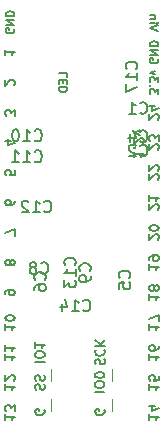
<source format=gbr>
G04 #@! TF.GenerationSoftware,KiCad,Pcbnew,5.0.1-33cea8e~66~ubuntu18.04.1*
G04 #@! TF.CreationDate,2018-10-16T23:10:54+02:00*
G04 #@! TF.ProjectId,TinyFPGA-BX,54696E79465047412D42582E6B696361,rev?*
G04 #@! TF.SameCoordinates,Original*
G04 #@! TF.FileFunction,Legend,Bot*
G04 #@! TF.FilePolarity,Positive*
%FSLAX46Y46*%
G04 Gerber Fmt 4.6, Leading zero omitted, Abs format (unit mm)*
G04 Created by KiCad (PCBNEW 5.0.1-33cea8e~66~ubuntu18.04.1) date di 16 okt 2018 23:10:54 CEST*
%MOMM*%
%LPD*%
G01*
G04 APERTURE LIST*
%ADD10C,0.200000*%
%ADD11C,0.175000*%
%ADD12C,0.120000*%
%ADD13C,0.150000*%
G04 APERTURE END LIST*
D10*
X152293095Y-129079100D02*
X153093095Y-129079100D01*
X153093095Y-128545766D02*
X153093095Y-128393385D01*
X153055000Y-128317195D01*
X152978809Y-128241004D01*
X152826428Y-128202909D01*
X152559761Y-128202909D01*
X152407380Y-128241004D01*
X152331190Y-128317195D01*
X152293095Y-128393385D01*
X152293095Y-128545766D01*
X152331190Y-128621957D01*
X152407380Y-128698147D01*
X152559761Y-128736242D01*
X152826428Y-128736242D01*
X152978809Y-128698147D01*
X153055000Y-128621957D01*
X153093095Y-128545766D01*
X153093095Y-127707671D02*
X153093095Y-127631480D01*
X153055000Y-127555290D01*
X153016904Y-127517195D01*
X152940714Y-127479100D01*
X152788333Y-127441004D01*
X152597857Y-127441004D01*
X152445476Y-127479100D01*
X152369285Y-127517195D01*
X152331190Y-127555290D01*
X152293095Y-127631480D01*
X152293095Y-127707671D01*
X152331190Y-127783861D01*
X152369285Y-127821957D01*
X152445476Y-127860052D01*
X152597857Y-127898147D01*
X152788333Y-127898147D01*
X152940714Y-127860052D01*
X153016904Y-127821957D01*
X153055000Y-127783861D01*
X153093095Y-127707671D01*
X155600095Y-108743576D02*
X155600095Y-109200719D01*
X155600095Y-108972147D02*
X156400095Y-108972147D01*
X156285809Y-109048338D01*
X156209619Y-109124528D01*
X156171523Y-109200719D01*
X155676285Y-108400719D02*
X155638190Y-108362623D01*
X155600095Y-108400719D01*
X155638190Y-108438814D01*
X155676285Y-108400719D01*
X155600095Y-108400719D01*
X156323904Y-108057861D02*
X156362000Y-108019766D01*
X156400095Y-107943576D01*
X156400095Y-107753100D01*
X156362000Y-107676909D01*
X156323904Y-107638814D01*
X156247714Y-107600719D01*
X156171523Y-107600719D01*
X156057238Y-107638814D01*
X155600095Y-108095957D01*
X155600095Y-107600719D01*
X156133428Y-107334052D02*
X155600095Y-107143576D01*
X156133428Y-106953100D01*
D11*
X149928666Y-102429100D02*
X149928666Y-102095766D01*
X149228666Y-102095766D01*
X149562000Y-102662433D02*
X149562000Y-102895766D01*
X149928666Y-102995766D02*
X149928666Y-102662433D01*
X149228666Y-102662433D01*
X149228666Y-102995766D01*
X149928666Y-103295766D02*
X149228666Y-103295766D01*
X149228666Y-103462433D01*
X149262000Y-103562433D01*
X149328666Y-103629100D01*
X149395333Y-103662433D01*
X149528666Y-103695766D01*
X149628666Y-103695766D01*
X149762000Y-103662433D01*
X149828666Y-103629100D01*
X149895333Y-103562433D01*
X149928666Y-103462433D01*
X149928666Y-103295766D01*
X145390000Y-98332433D02*
X145423333Y-98399100D01*
X145423333Y-98499100D01*
X145390000Y-98599100D01*
X145323333Y-98665766D01*
X145256666Y-98699100D01*
X145123333Y-98732433D01*
X145023333Y-98732433D01*
X144890000Y-98699100D01*
X144823333Y-98665766D01*
X144756666Y-98599100D01*
X144723333Y-98499100D01*
X144723333Y-98432433D01*
X144756666Y-98332433D01*
X144790000Y-98299100D01*
X145023333Y-98299100D01*
X145023333Y-98432433D01*
X144723333Y-97999100D02*
X145423333Y-97999100D01*
X144723333Y-97599100D01*
X145423333Y-97599100D01*
X144723333Y-97265766D02*
X145423333Y-97265766D01*
X145423333Y-97099100D01*
X145390000Y-96999100D01*
X145323333Y-96932433D01*
X145256666Y-96899100D01*
X145123333Y-96865766D01*
X145023333Y-96865766D01*
X144890000Y-96899100D01*
X144823333Y-96932433D01*
X144756666Y-96999100D01*
X144723333Y-97099100D01*
X144723333Y-97265766D01*
X157615333Y-98515766D02*
X156915333Y-98282433D01*
X157615333Y-98049100D01*
X156915333Y-97815766D02*
X157382000Y-97815766D01*
X157615333Y-97815766D02*
X157582000Y-97849100D01*
X157548666Y-97815766D01*
X157582000Y-97782433D01*
X157615333Y-97815766D01*
X157548666Y-97815766D01*
X157382000Y-97482433D02*
X156915333Y-97482433D01*
X157315333Y-97482433D02*
X157348666Y-97449100D01*
X157382000Y-97382433D01*
X157382000Y-97282433D01*
X157348666Y-97215766D01*
X157282000Y-97182433D01*
X156915333Y-97182433D01*
X157582000Y-100872433D02*
X157615333Y-100939100D01*
X157615333Y-101039100D01*
X157582000Y-101139100D01*
X157515333Y-101205766D01*
X157448666Y-101239100D01*
X157315333Y-101272433D01*
X157215333Y-101272433D01*
X157082000Y-101239100D01*
X157015333Y-101205766D01*
X156948666Y-101139100D01*
X156915333Y-101039100D01*
X156915333Y-100972433D01*
X156948666Y-100872433D01*
X156982000Y-100839100D01*
X157215333Y-100839100D01*
X157215333Y-100972433D01*
X156915333Y-100539100D02*
X157615333Y-100539100D01*
X156915333Y-100139100D01*
X157615333Y-100139100D01*
X156915333Y-99805766D02*
X157615333Y-99805766D01*
X157615333Y-99639100D01*
X157582000Y-99539100D01*
X157515333Y-99472433D01*
X157448666Y-99439100D01*
X157315333Y-99405766D01*
X157215333Y-99405766D01*
X157082000Y-99439100D01*
X157015333Y-99472433D01*
X156948666Y-99539100D01*
X156915333Y-99639100D01*
X156915333Y-99805766D01*
X157615333Y-103879100D02*
X157615333Y-103445766D01*
X157348666Y-103679100D01*
X157348666Y-103579100D01*
X157315333Y-103512433D01*
X157282000Y-103479100D01*
X157215333Y-103445766D01*
X157048666Y-103445766D01*
X156982000Y-103479100D01*
X156948666Y-103512433D01*
X156915333Y-103579100D01*
X156915333Y-103779100D01*
X156948666Y-103845766D01*
X156982000Y-103879100D01*
X156982000Y-103145766D02*
X156948666Y-103112433D01*
X156915333Y-103145766D01*
X156948666Y-103179100D01*
X156982000Y-103145766D01*
X156915333Y-103145766D01*
X157615333Y-102879100D02*
X157615333Y-102445766D01*
X157348666Y-102679100D01*
X157348666Y-102579100D01*
X157315333Y-102512433D01*
X157282000Y-102479100D01*
X157215333Y-102445766D01*
X157048666Y-102445766D01*
X156982000Y-102479100D01*
X156948666Y-102512433D01*
X156915333Y-102579100D01*
X156915333Y-102779100D01*
X156948666Y-102845766D01*
X156982000Y-102879100D01*
X157382000Y-102212433D02*
X156915333Y-102045766D01*
X157382000Y-101879100D01*
D10*
X152336190Y-126767671D02*
X152298095Y-126653385D01*
X152298095Y-126462909D01*
X152336190Y-126386719D01*
X152374285Y-126348623D01*
X152450476Y-126310528D01*
X152526666Y-126310528D01*
X152602857Y-126348623D01*
X152640952Y-126386719D01*
X152679047Y-126462909D01*
X152717142Y-126615290D01*
X152755238Y-126691480D01*
X152793333Y-126729576D01*
X152869523Y-126767671D01*
X152945714Y-126767671D01*
X153021904Y-126729576D01*
X153060000Y-126691480D01*
X153098095Y-126615290D01*
X153098095Y-126424814D01*
X153060000Y-126310528D01*
X152374285Y-125510528D02*
X152336190Y-125548623D01*
X152298095Y-125662909D01*
X152298095Y-125739100D01*
X152336190Y-125853385D01*
X152412380Y-125929576D01*
X152488571Y-125967671D01*
X152640952Y-126005766D01*
X152755238Y-126005766D01*
X152907619Y-125967671D01*
X152983809Y-125929576D01*
X153060000Y-125853385D01*
X153098095Y-125739100D01*
X153098095Y-125662909D01*
X153060000Y-125548623D01*
X153021904Y-125510528D01*
X152298095Y-125167671D02*
X153098095Y-125167671D01*
X152298095Y-124710528D02*
X152755238Y-125053385D01*
X153098095Y-124710528D02*
X152640952Y-125167671D01*
X153060000Y-130609576D02*
X153098095Y-130685766D01*
X153098095Y-130800052D01*
X153060000Y-130914338D01*
X152983809Y-130990528D01*
X152907619Y-131028623D01*
X152755238Y-131066719D01*
X152640952Y-131066719D01*
X152488571Y-131028623D01*
X152412380Y-130990528D01*
X152336190Y-130914338D01*
X152298095Y-130800052D01*
X152298095Y-130723861D01*
X152336190Y-130609576D01*
X152374285Y-130571480D01*
X152640952Y-130571480D01*
X152640952Y-130723861D01*
X147980000Y-130609576D02*
X148018095Y-130685766D01*
X148018095Y-130800052D01*
X147980000Y-130914338D01*
X147903809Y-130990528D01*
X147827619Y-131028623D01*
X147675238Y-131066719D01*
X147560952Y-131066719D01*
X147408571Y-131028623D01*
X147332380Y-130990528D01*
X147256190Y-130914338D01*
X147218095Y-130800052D01*
X147218095Y-130723861D01*
X147256190Y-130609576D01*
X147294285Y-130571480D01*
X147560952Y-130571480D01*
X147560952Y-130723861D01*
X147256190Y-128888623D02*
X147218095Y-128774338D01*
X147218095Y-128583861D01*
X147256190Y-128507671D01*
X147294285Y-128469576D01*
X147370476Y-128431480D01*
X147446666Y-128431480D01*
X147522857Y-128469576D01*
X147560952Y-128507671D01*
X147599047Y-128583861D01*
X147637142Y-128736242D01*
X147675238Y-128812433D01*
X147713333Y-128850528D01*
X147789523Y-128888623D01*
X147865714Y-128888623D01*
X147941904Y-128850528D01*
X147980000Y-128812433D01*
X148018095Y-128736242D01*
X148018095Y-128545766D01*
X147980000Y-128431480D01*
X147256190Y-128126719D02*
X147218095Y-128012433D01*
X147218095Y-127821957D01*
X147256190Y-127745766D01*
X147294285Y-127707671D01*
X147370476Y-127669576D01*
X147446666Y-127669576D01*
X147522857Y-127707671D01*
X147560952Y-127745766D01*
X147599047Y-127821957D01*
X147637142Y-127974338D01*
X147675238Y-128050528D01*
X147713333Y-128088623D01*
X147789523Y-128126719D01*
X147865714Y-128126719D01*
X147941904Y-128088623D01*
X147980000Y-128050528D01*
X148018095Y-127974338D01*
X148018095Y-127783861D01*
X147980000Y-127669576D01*
X147218095Y-126539100D02*
X148018095Y-126539100D01*
X148018095Y-126005766D02*
X148018095Y-125853385D01*
X147980000Y-125777195D01*
X147903809Y-125701004D01*
X147751428Y-125662909D01*
X147484761Y-125662909D01*
X147332380Y-125701004D01*
X147256190Y-125777195D01*
X147218095Y-125853385D01*
X147218095Y-126005766D01*
X147256190Y-126081957D01*
X147332380Y-126158147D01*
X147484761Y-126196242D01*
X147751428Y-126196242D01*
X147903809Y-126158147D01*
X147980000Y-126081957D01*
X148018095Y-126005766D01*
X147218095Y-124901004D02*
X147218095Y-125358147D01*
X147218095Y-125129576D02*
X148018095Y-125129576D01*
X147903809Y-125205766D01*
X147827619Y-125281957D01*
X147789523Y-125358147D01*
X144678095Y-100110528D02*
X144678095Y-100567671D01*
X144678095Y-100339100D02*
X145478095Y-100339100D01*
X145363809Y-100415290D01*
X145287619Y-100491480D01*
X145249523Y-100567671D01*
X145401904Y-103107671D02*
X145440000Y-103069576D01*
X145478095Y-102993385D01*
X145478095Y-102802909D01*
X145440000Y-102726719D01*
X145401904Y-102688623D01*
X145325714Y-102650528D01*
X145249523Y-102650528D01*
X145135238Y-102688623D01*
X144678095Y-103145766D01*
X144678095Y-102650528D01*
X145478095Y-105685766D02*
X145478095Y-105190528D01*
X145173333Y-105457195D01*
X145173333Y-105342909D01*
X145135238Y-105266719D01*
X145097142Y-105228623D01*
X145020952Y-105190528D01*
X144830476Y-105190528D01*
X144754285Y-105228623D01*
X144716190Y-105266719D01*
X144678095Y-105342909D01*
X144678095Y-105571480D01*
X144716190Y-105647671D01*
X144754285Y-105685766D01*
X145211428Y-107806719D02*
X144678095Y-107806719D01*
X145516190Y-107997195D02*
X144944761Y-108187671D01*
X144944761Y-107692433D01*
X145478095Y-110308623D02*
X145478095Y-110689576D01*
X145097142Y-110727671D01*
X145135238Y-110689576D01*
X145173333Y-110613385D01*
X145173333Y-110422909D01*
X145135238Y-110346719D01*
X145097142Y-110308623D01*
X145020952Y-110270528D01*
X144830476Y-110270528D01*
X144754285Y-110308623D01*
X144716190Y-110346719D01*
X144678095Y-110422909D01*
X144678095Y-110613385D01*
X144716190Y-110689576D01*
X144754285Y-110727671D01*
X145478095Y-112886719D02*
X145478095Y-113039100D01*
X145440000Y-113115290D01*
X145401904Y-113153385D01*
X145287619Y-113229576D01*
X145135238Y-113267671D01*
X144830476Y-113267671D01*
X144754285Y-113229576D01*
X144716190Y-113191480D01*
X144678095Y-113115290D01*
X144678095Y-112962909D01*
X144716190Y-112886719D01*
X144754285Y-112848623D01*
X144830476Y-112810528D01*
X145020952Y-112810528D01*
X145097142Y-112848623D01*
X145135238Y-112886719D01*
X145173333Y-112962909D01*
X145173333Y-113115290D01*
X145135238Y-113191480D01*
X145097142Y-113229576D01*
X145020952Y-113267671D01*
X145478095Y-115845766D02*
X145478095Y-115312433D01*
X144678095Y-115655290D01*
X145135238Y-118195290D02*
X145173333Y-118271480D01*
X145211428Y-118309576D01*
X145287619Y-118347671D01*
X145325714Y-118347671D01*
X145401904Y-118309576D01*
X145440000Y-118271480D01*
X145478095Y-118195290D01*
X145478095Y-118042909D01*
X145440000Y-117966719D01*
X145401904Y-117928623D01*
X145325714Y-117890528D01*
X145287619Y-117890528D01*
X145211428Y-117928623D01*
X145173333Y-117966719D01*
X145135238Y-118042909D01*
X145135238Y-118195290D01*
X145097142Y-118271480D01*
X145059047Y-118309576D01*
X144982857Y-118347671D01*
X144830476Y-118347671D01*
X144754285Y-118309576D01*
X144716190Y-118271480D01*
X144678095Y-118195290D01*
X144678095Y-118042909D01*
X144716190Y-117966719D01*
X144754285Y-117928623D01*
X144830476Y-117890528D01*
X144982857Y-117890528D01*
X145059047Y-117928623D01*
X145097142Y-117966719D01*
X145135238Y-118042909D01*
X144678095Y-120811480D02*
X144678095Y-120659100D01*
X144716190Y-120582909D01*
X144754285Y-120544814D01*
X144868571Y-120468623D01*
X145020952Y-120430528D01*
X145325714Y-120430528D01*
X145401904Y-120468623D01*
X145440000Y-120506719D01*
X145478095Y-120582909D01*
X145478095Y-120735290D01*
X145440000Y-120811480D01*
X145401904Y-120849576D01*
X145325714Y-120887671D01*
X145135238Y-120887671D01*
X145059047Y-120849576D01*
X145020952Y-120811480D01*
X144982857Y-120735290D01*
X144982857Y-120582909D01*
X145020952Y-120506719D01*
X145059047Y-120468623D01*
X145135238Y-120430528D01*
X144678095Y-123351480D02*
X144678095Y-123808623D01*
X144678095Y-123580052D02*
X145478095Y-123580052D01*
X145363809Y-123656242D01*
X145287619Y-123732433D01*
X145249523Y-123808623D01*
X145478095Y-122856242D02*
X145478095Y-122780052D01*
X145440000Y-122703861D01*
X145401904Y-122665766D01*
X145325714Y-122627671D01*
X145173333Y-122589576D01*
X144982857Y-122589576D01*
X144830476Y-122627671D01*
X144754285Y-122665766D01*
X144716190Y-122703861D01*
X144678095Y-122780052D01*
X144678095Y-122856242D01*
X144716190Y-122932433D01*
X144754285Y-122970528D01*
X144830476Y-123008623D01*
X144982857Y-123046719D01*
X145173333Y-123046719D01*
X145325714Y-123008623D01*
X145401904Y-122970528D01*
X145440000Y-122932433D01*
X145478095Y-122856242D01*
X144678095Y-125891480D02*
X144678095Y-126348623D01*
X144678095Y-126120052D02*
X145478095Y-126120052D01*
X145363809Y-126196242D01*
X145287619Y-126272433D01*
X145249523Y-126348623D01*
X144678095Y-125129576D02*
X144678095Y-125586719D01*
X144678095Y-125358147D02*
X145478095Y-125358147D01*
X145363809Y-125434338D01*
X145287619Y-125510528D01*
X145249523Y-125586719D01*
X144678095Y-128431480D02*
X144678095Y-128888623D01*
X144678095Y-128660052D02*
X145478095Y-128660052D01*
X145363809Y-128736242D01*
X145287619Y-128812433D01*
X145249523Y-128888623D01*
X145401904Y-128126719D02*
X145440000Y-128088623D01*
X145478095Y-128012433D01*
X145478095Y-127821957D01*
X145440000Y-127745766D01*
X145401904Y-127707671D01*
X145325714Y-127669576D01*
X145249523Y-127669576D01*
X145135238Y-127707671D01*
X144678095Y-128164814D01*
X144678095Y-127669576D01*
X144678095Y-130971480D02*
X144678095Y-131428623D01*
X144678095Y-131200052D02*
X145478095Y-131200052D01*
X145363809Y-131276242D01*
X145287619Y-131352433D01*
X145249523Y-131428623D01*
X145478095Y-130704814D02*
X145478095Y-130209576D01*
X145173333Y-130476242D01*
X145173333Y-130361957D01*
X145135238Y-130285766D01*
X145097142Y-130247671D01*
X145020952Y-130209576D01*
X144830476Y-130209576D01*
X144754285Y-130247671D01*
X144716190Y-130285766D01*
X144678095Y-130361957D01*
X144678095Y-130590528D01*
X144716190Y-130666719D01*
X144754285Y-130704814D01*
X157593904Y-106028623D02*
X157632000Y-105990528D01*
X157670095Y-105914338D01*
X157670095Y-105723861D01*
X157632000Y-105647671D01*
X157593904Y-105609576D01*
X157517714Y-105571480D01*
X157441523Y-105571480D01*
X157327238Y-105609576D01*
X156870095Y-106066719D01*
X156870095Y-105571480D01*
X157403428Y-104885766D02*
X156870095Y-104885766D01*
X157708190Y-105076242D02*
X157136761Y-105266719D01*
X157136761Y-104771480D01*
X157593904Y-108568623D02*
X157632000Y-108530528D01*
X157670095Y-108454338D01*
X157670095Y-108263861D01*
X157632000Y-108187671D01*
X157593904Y-108149576D01*
X157517714Y-108111480D01*
X157441523Y-108111480D01*
X157327238Y-108149576D01*
X156870095Y-108606719D01*
X156870095Y-108111480D01*
X157670095Y-107844814D02*
X157670095Y-107349576D01*
X157365333Y-107616242D01*
X157365333Y-107501957D01*
X157327238Y-107425766D01*
X157289142Y-107387671D01*
X157212952Y-107349576D01*
X157022476Y-107349576D01*
X156946285Y-107387671D01*
X156908190Y-107425766D01*
X156870095Y-107501957D01*
X156870095Y-107730528D01*
X156908190Y-107806719D01*
X156946285Y-107844814D01*
X157593904Y-111108623D02*
X157632000Y-111070528D01*
X157670095Y-110994338D01*
X157670095Y-110803861D01*
X157632000Y-110727671D01*
X157593904Y-110689576D01*
X157517714Y-110651480D01*
X157441523Y-110651480D01*
X157327238Y-110689576D01*
X156870095Y-111146719D01*
X156870095Y-110651480D01*
X157593904Y-110346719D02*
X157632000Y-110308623D01*
X157670095Y-110232433D01*
X157670095Y-110041957D01*
X157632000Y-109965766D01*
X157593904Y-109927671D01*
X157517714Y-109889576D01*
X157441523Y-109889576D01*
X157327238Y-109927671D01*
X156870095Y-110384814D01*
X156870095Y-109889576D01*
X157593904Y-113648623D02*
X157632000Y-113610528D01*
X157670095Y-113534338D01*
X157670095Y-113343861D01*
X157632000Y-113267671D01*
X157593904Y-113229576D01*
X157517714Y-113191480D01*
X157441523Y-113191480D01*
X157327238Y-113229576D01*
X156870095Y-113686719D01*
X156870095Y-113191480D01*
X156870095Y-112429576D02*
X156870095Y-112886719D01*
X156870095Y-112658147D02*
X157670095Y-112658147D01*
X157555809Y-112734338D01*
X157479619Y-112810528D01*
X157441523Y-112886719D01*
X157593904Y-116188623D02*
X157632000Y-116150528D01*
X157670095Y-116074338D01*
X157670095Y-115883861D01*
X157632000Y-115807671D01*
X157593904Y-115769576D01*
X157517714Y-115731480D01*
X157441523Y-115731480D01*
X157327238Y-115769576D01*
X156870095Y-116226719D01*
X156870095Y-115731480D01*
X157670095Y-115236242D02*
X157670095Y-115160052D01*
X157632000Y-115083861D01*
X157593904Y-115045766D01*
X157517714Y-115007671D01*
X157365333Y-114969576D01*
X157174857Y-114969576D01*
X157022476Y-115007671D01*
X156946285Y-115045766D01*
X156908190Y-115083861D01*
X156870095Y-115160052D01*
X156870095Y-115236242D01*
X156908190Y-115312433D01*
X156946285Y-115350528D01*
X157022476Y-115388623D01*
X157174857Y-115426719D01*
X157365333Y-115426719D01*
X157517714Y-115388623D01*
X157593904Y-115350528D01*
X157632000Y-115312433D01*
X157670095Y-115236242D01*
X156870095Y-118271480D02*
X156870095Y-118728623D01*
X156870095Y-118500052D02*
X157670095Y-118500052D01*
X157555809Y-118576242D01*
X157479619Y-118652433D01*
X157441523Y-118728623D01*
X156870095Y-117890528D02*
X156870095Y-117738147D01*
X156908190Y-117661957D01*
X156946285Y-117623861D01*
X157060571Y-117547671D01*
X157212952Y-117509576D01*
X157517714Y-117509576D01*
X157593904Y-117547671D01*
X157632000Y-117585766D01*
X157670095Y-117661957D01*
X157670095Y-117814338D01*
X157632000Y-117890528D01*
X157593904Y-117928623D01*
X157517714Y-117966719D01*
X157327238Y-117966719D01*
X157251047Y-117928623D01*
X157212952Y-117890528D01*
X157174857Y-117814338D01*
X157174857Y-117661957D01*
X157212952Y-117585766D01*
X157251047Y-117547671D01*
X157327238Y-117509576D01*
X156870095Y-120811480D02*
X156870095Y-121268623D01*
X156870095Y-121040052D02*
X157670095Y-121040052D01*
X157555809Y-121116242D01*
X157479619Y-121192433D01*
X157441523Y-121268623D01*
X157327238Y-120354338D02*
X157365333Y-120430528D01*
X157403428Y-120468623D01*
X157479619Y-120506719D01*
X157517714Y-120506719D01*
X157593904Y-120468623D01*
X157632000Y-120430528D01*
X157670095Y-120354338D01*
X157670095Y-120201957D01*
X157632000Y-120125766D01*
X157593904Y-120087671D01*
X157517714Y-120049576D01*
X157479619Y-120049576D01*
X157403428Y-120087671D01*
X157365333Y-120125766D01*
X157327238Y-120201957D01*
X157327238Y-120354338D01*
X157289142Y-120430528D01*
X157251047Y-120468623D01*
X157174857Y-120506719D01*
X157022476Y-120506719D01*
X156946285Y-120468623D01*
X156908190Y-120430528D01*
X156870095Y-120354338D01*
X156870095Y-120201957D01*
X156908190Y-120125766D01*
X156946285Y-120087671D01*
X157022476Y-120049576D01*
X157174857Y-120049576D01*
X157251047Y-120087671D01*
X157289142Y-120125766D01*
X157327238Y-120201957D01*
X156870095Y-123351480D02*
X156870095Y-123808623D01*
X156870095Y-123580052D02*
X157670095Y-123580052D01*
X157555809Y-123656242D01*
X157479619Y-123732433D01*
X157441523Y-123808623D01*
X157670095Y-123084814D02*
X157670095Y-122551480D01*
X156870095Y-122894338D01*
X156870095Y-125891480D02*
X156870095Y-126348623D01*
X156870095Y-126120052D02*
X157670095Y-126120052D01*
X157555809Y-126196242D01*
X157479619Y-126272433D01*
X157441523Y-126348623D01*
X157670095Y-125205766D02*
X157670095Y-125358147D01*
X157632000Y-125434338D01*
X157593904Y-125472433D01*
X157479619Y-125548623D01*
X157327238Y-125586719D01*
X157022476Y-125586719D01*
X156946285Y-125548623D01*
X156908190Y-125510528D01*
X156870095Y-125434338D01*
X156870095Y-125281957D01*
X156908190Y-125205766D01*
X156946285Y-125167671D01*
X157022476Y-125129576D01*
X157212952Y-125129576D01*
X157289142Y-125167671D01*
X157327238Y-125205766D01*
X157365333Y-125281957D01*
X157365333Y-125434338D01*
X157327238Y-125510528D01*
X157289142Y-125548623D01*
X157212952Y-125586719D01*
X156870095Y-128431480D02*
X156870095Y-128888623D01*
X156870095Y-128660052D02*
X157670095Y-128660052D01*
X157555809Y-128736242D01*
X157479619Y-128812433D01*
X157441523Y-128888623D01*
X157670095Y-127707671D02*
X157670095Y-128088623D01*
X157289142Y-128126719D01*
X157327238Y-128088623D01*
X157365333Y-128012433D01*
X157365333Y-127821957D01*
X157327238Y-127745766D01*
X157289142Y-127707671D01*
X157212952Y-127669576D01*
X157022476Y-127669576D01*
X156946285Y-127707671D01*
X156908190Y-127745766D01*
X156870095Y-127821957D01*
X156870095Y-128012433D01*
X156908190Y-128088623D01*
X156946285Y-128126719D01*
X156870095Y-130971480D02*
X156870095Y-131428623D01*
X156870095Y-131200052D02*
X157670095Y-131200052D01*
X157555809Y-131276242D01*
X157479619Y-131352433D01*
X157441523Y-131428623D01*
X157403428Y-130285766D02*
X156870095Y-130285766D01*
X157708190Y-130476242D02*
X157136761Y-130666719D01*
X157136761Y-130171480D01*
D12*
G04 #@! TO.C,J5*
X148545000Y-130685000D02*
X148545000Y-129665000D01*
X153745000Y-130685000D02*
X153745000Y-129665000D01*
X148545000Y-128145000D02*
X148545000Y-127125000D01*
X153745000Y-128145000D02*
X153745000Y-127125000D01*
G04 #@! TO.C,C12*
D13*
X147985857Y-113795142D02*
X148033476Y-113842761D01*
X148176333Y-113890380D01*
X148271571Y-113890380D01*
X148414428Y-113842761D01*
X148509666Y-113747523D01*
X148557285Y-113652285D01*
X148604904Y-113461809D01*
X148604904Y-113318952D01*
X148557285Y-113128476D01*
X148509666Y-113033238D01*
X148414428Y-112938000D01*
X148271571Y-112890380D01*
X148176333Y-112890380D01*
X148033476Y-112938000D01*
X147985857Y-112985619D01*
X147033476Y-113890380D02*
X147604904Y-113890380D01*
X147319190Y-113890380D02*
X147319190Y-112890380D01*
X147414428Y-113033238D01*
X147509666Y-113128476D01*
X147604904Y-113176095D01*
X146652523Y-112985619D02*
X146604904Y-112938000D01*
X146509666Y-112890380D01*
X146271571Y-112890380D01*
X146176333Y-112938000D01*
X146128714Y-112985619D01*
X146081095Y-113080857D01*
X146081095Y-113176095D01*
X146128714Y-113318952D01*
X146700142Y-113890380D01*
X146081095Y-113890380D01*
G04 #@! TO.C,C1*
X156102666Y-105450242D02*
X156150285Y-105497861D01*
X156293142Y-105545480D01*
X156388380Y-105545480D01*
X156531238Y-105497861D01*
X156626476Y-105402623D01*
X156674095Y-105307385D01*
X156721714Y-105116909D01*
X156721714Y-104974052D01*
X156674095Y-104783576D01*
X156626476Y-104688338D01*
X156531238Y-104593100D01*
X156388380Y-104545480D01*
X156293142Y-104545480D01*
X156150285Y-104593100D01*
X156102666Y-104640719D01*
X155150285Y-105545480D02*
X155721714Y-105545480D01*
X155436000Y-105545480D02*
X155436000Y-104545480D01*
X155531238Y-104688338D01*
X155626476Y-104783576D01*
X155721714Y-104831195D01*
G04 #@! TO.C,C2*
X156102666Y-109050242D02*
X156150285Y-109097861D01*
X156293142Y-109145480D01*
X156388380Y-109145480D01*
X156531238Y-109097861D01*
X156626476Y-109002623D01*
X156674095Y-108907385D01*
X156721714Y-108716909D01*
X156721714Y-108574052D01*
X156674095Y-108383576D01*
X156626476Y-108288338D01*
X156531238Y-108193100D01*
X156388380Y-108145480D01*
X156293142Y-108145480D01*
X156150285Y-108193100D01*
X156102666Y-108240719D01*
X155721714Y-108240719D02*
X155674095Y-108193100D01*
X155578857Y-108145480D01*
X155340761Y-108145480D01*
X155245523Y-108193100D01*
X155197904Y-108240719D01*
X155150285Y-108335957D01*
X155150285Y-108431195D01*
X155197904Y-108574052D01*
X155769333Y-109145480D01*
X155150285Y-109145480D01*
G04 #@! TO.C,C4*
X156102666Y-107850242D02*
X156150285Y-107897861D01*
X156293142Y-107945480D01*
X156388380Y-107945480D01*
X156531238Y-107897861D01*
X156626476Y-107802623D01*
X156674095Y-107707385D01*
X156721714Y-107516909D01*
X156721714Y-107374052D01*
X156674095Y-107183576D01*
X156626476Y-107088338D01*
X156531238Y-106993100D01*
X156388380Y-106945480D01*
X156293142Y-106945480D01*
X156150285Y-106993100D01*
X156102666Y-107040719D01*
X155245523Y-107278814D02*
X155245523Y-107945480D01*
X155483619Y-106897861D02*
X155721714Y-107612147D01*
X155102666Y-107612147D01*
G04 #@! TO.C,C5*
X155193142Y-119440333D02*
X155240761Y-119392714D01*
X155288380Y-119249857D01*
X155288380Y-119154619D01*
X155240761Y-119011761D01*
X155145523Y-118916523D01*
X155050285Y-118868904D01*
X154859809Y-118821285D01*
X154716952Y-118821285D01*
X154526476Y-118868904D01*
X154431238Y-118916523D01*
X154336000Y-119011761D01*
X154288380Y-119154619D01*
X154288380Y-119249857D01*
X154336000Y-119392714D01*
X154383619Y-119440333D01*
X154288380Y-120345095D02*
X154288380Y-119868904D01*
X154764571Y-119821285D01*
X154716952Y-119868904D01*
X154669333Y-119964142D01*
X154669333Y-120202238D01*
X154716952Y-120297476D01*
X154764571Y-120345095D01*
X154859809Y-120392714D01*
X155097904Y-120392714D01*
X155193142Y-120345095D01*
X155240761Y-120297476D01*
X155288380Y-120202238D01*
X155288380Y-119964142D01*
X155240761Y-119868904D01*
X155193142Y-119821285D01*
G04 #@! TO.C,C6*
X148031142Y-119594333D02*
X148078761Y-119546714D01*
X148126380Y-119403857D01*
X148126380Y-119308619D01*
X148078761Y-119165761D01*
X147983523Y-119070523D01*
X147888285Y-119022904D01*
X147697809Y-118975285D01*
X147554952Y-118975285D01*
X147364476Y-119022904D01*
X147269238Y-119070523D01*
X147174000Y-119165761D01*
X147126380Y-119308619D01*
X147126380Y-119403857D01*
X147174000Y-119546714D01*
X147221619Y-119594333D01*
X147126380Y-120451476D02*
X147126380Y-120261000D01*
X147174000Y-120165761D01*
X147221619Y-120118142D01*
X147364476Y-120022904D01*
X147554952Y-119975285D01*
X147935904Y-119975285D01*
X148031142Y-120022904D01*
X148078761Y-120070523D01*
X148126380Y-120165761D01*
X148126380Y-120356238D01*
X148078761Y-120451476D01*
X148031142Y-120499095D01*
X147935904Y-120546714D01*
X147697809Y-120546714D01*
X147602571Y-120499095D01*
X147554952Y-120451476D01*
X147507333Y-120356238D01*
X147507333Y-120165761D01*
X147554952Y-120070523D01*
X147602571Y-120022904D01*
X147697809Y-119975285D01*
G04 #@! TO.C,C8*
X147717666Y-119002142D02*
X147765285Y-119049761D01*
X147908142Y-119097380D01*
X148003380Y-119097380D01*
X148146238Y-119049761D01*
X148241476Y-118954523D01*
X148289095Y-118859285D01*
X148336714Y-118668809D01*
X148336714Y-118525952D01*
X148289095Y-118335476D01*
X148241476Y-118240238D01*
X148146238Y-118145000D01*
X148003380Y-118097380D01*
X147908142Y-118097380D01*
X147765285Y-118145000D01*
X147717666Y-118192619D01*
X147146238Y-118525952D02*
X147241476Y-118478333D01*
X147289095Y-118430714D01*
X147336714Y-118335476D01*
X147336714Y-118287857D01*
X147289095Y-118192619D01*
X147241476Y-118145000D01*
X147146238Y-118097380D01*
X146955761Y-118097380D01*
X146860523Y-118145000D01*
X146812904Y-118192619D01*
X146765285Y-118287857D01*
X146765285Y-118335476D01*
X146812904Y-118430714D01*
X146860523Y-118478333D01*
X146955761Y-118525952D01*
X147146238Y-118525952D01*
X147241476Y-118573571D01*
X147289095Y-118621190D01*
X147336714Y-118716428D01*
X147336714Y-118906904D01*
X147289095Y-119002142D01*
X147241476Y-119049761D01*
X147146238Y-119097380D01*
X146955761Y-119097380D01*
X146860523Y-119049761D01*
X146812904Y-119002142D01*
X146765285Y-118906904D01*
X146765285Y-118716428D01*
X146812904Y-118621190D01*
X146860523Y-118573571D01*
X146955761Y-118525952D01*
G04 #@! TO.C,C9*
X151841142Y-118832333D02*
X151888761Y-118784714D01*
X151936380Y-118641857D01*
X151936380Y-118546619D01*
X151888761Y-118403761D01*
X151793523Y-118308523D01*
X151698285Y-118260904D01*
X151507809Y-118213285D01*
X151364952Y-118213285D01*
X151174476Y-118260904D01*
X151079238Y-118308523D01*
X150984000Y-118403761D01*
X150936380Y-118546619D01*
X150936380Y-118641857D01*
X150984000Y-118784714D01*
X151031619Y-118832333D01*
X151936380Y-119308523D02*
X151936380Y-119499000D01*
X151888761Y-119594238D01*
X151841142Y-119641857D01*
X151698285Y-119737095D01*
X151507809Y-119784714D01*
X151126857Y-119784714D01*
X151031619Y-119737095D01*
X150984000Y-119689476D01*
X150936380Y-119594238D01*
X150936380Y-119403761D01*
X150984000Y-119308523D01*
X151031619Y-119260904D01*
X151126857Y-119213285D01*
X151364952Y-119213285D01*
X151460190Y-119260904D01*
X151507809Y-119308523D01*
X151555428Y-119403761D01*
X151555428Y-119594238D01*
X151507809Y-119689476D01*
X151460190Y-119737095D01*
X151364952Y-119784714D01*
G04 #@! TO.C,C10*
X147177857Y-107772142D02*
X147225476Y-107819761D01*
X147368333Y-107867380D01*
X147463571Y-107867380D01*
X147606428Y-107819761D01*
X147701666Y-107724523D01*
X147749285Y-107629285D01*
X147796904Y-107438809D01*
X147796904Y-107295952D01*
X147749285Y-107105476D01*
X147701666Y-107010238D01*
X147606428Y-106915000D01*
X147463571Y-106867380D01*
X147368333Y-106867380D01*
X147225476Y-106915000D01*
X147177857Y-106962619D01*
X146225476Y-107867380D02*
X146796904Y-107867380D01*
X146511190Y-107867380D02*
X146511190Y-106867380D01*
X146606428Y-107010238D01*
X146701666Y-107105476D01*
X146796904Y-107153095D01*
X145606428Y-106867380D02*
X145511190Y-106867380D01*
X145415952Y-106915000D01*
X145368333Y-106962619D01*
X145320714Y-107057857D01*
X145273095Y-107248333D01*
X145273095Y-107486428D01*
X145320714Y-107676904D01*
X145368333Y-107772142D01*
X145415952Y-107819761D01*
X145511190Y-107867380D01*
X145606428Y-107867380D01*
X145701666Y-107819761D01*
X145749285Y-107772142D01*
X145796904Y-107676904D01*
X145844523Y-107486428D01*
X145844523Y-107248333D01*
X145796904Y-107057857D01*
X145749285Y-106962619D01*
X145701666Y-106915000D01*
X145606428Y-106867380D01*
G04 #@! TO.C,C11*
X147177857Y-109550142D02*
X147225476Y-109597761D01*
X147368333Y-109645380D01*
X147463571Y-109645380D01*
X147606428Y-109597761D01*
X147701666Y-109502523D01*
X147749285Y-109407285D01*
X147796904Y-109216809D01*
X147796904Y-109073952D01*
X147749285Y-108883476D01*
X147701666Y-108788238D01*
X147606428Y-108693000D01*
X147463571Y-108645380D01*
X147368333Y-108645380D01*
X147225476Y-108693000D01*
X147177857Y-108740619D01*
X146225476Y-109645380D02*
X146796904Y-109645380D01*
X146511190Y-109645380D02*
X146511190Y-108645380D01*
X146606428Y-108788238D01*
X146701666Y-108883476D01*
X146796904Y-108931095D01*
X145273095Y-109645380D02*
X145844523Y-109645380D01*
X145558809Y-109645380D02*
X145558809Y-108645380D01*
X145654047Y-108788238D01*
X145749285Y-108883476D01*
X145844523Y-108931095D01*
G04 #@! TO.C,C13*
X150571142Y-118333142D02*
X150618761Y-118285523D01*
X150666380Y-118142666D01*
X150666380Y-118047428D01*
X150618761Y-117904571D01*
X150523523Y-117809333D01*
X150428285Y-117761714D01*
X150237809Y-117714095D01*
X150094952Y-117714095D01*
X149904476Y-117761714D01*
X149809238Y-117809333D01*
X149714000Y-117904571D01*
X149666380Y-118047428D01*
X149666380Y-118142666D01*
X149714000Y-118285523D01*
X149761619Y-118333142D01*
X150666380Y-119285523D02*
X150666380Y-118714095D01*
X150666380Y-118999809D02*
X149666380Y-118999809D01*
X149809238Y-118904571D01*
X149904476Y-118809333D01*
X149952095Y-118714095D01*
X149666380Y-119618857D02*
X149666380Y-120237904D01*
X150047333Y-119904571D01*
X150047333Y-120047428D01*
X150094952Y-120142666D01*
X150142571Y-120190285D01*
X150237809Y-120237904D01*
X150475904Y-120237904D01*
X150571142Y-120190285D01*
X150618761Y-120142666D01*
X150666380Y-120047428D01*
X150666380Y-119761714D01*
X150618761Y-119666476D01*
X150571142Y-119618857D01*
G04 #@! TO.C,C14*
X151287857Y-122177142D02*
X151335476Y-122224761D01*
X151478333Y-122272380D01*
X151573571Y-122272380D01*
X151716428Y-122224761D01*
X151811666Y-122129523D01*
X151859285Y-122034285D01*
X151906904Y-121843809D01*
X151906904Y-121700952D01*
X151859285Y-121510476D01*
X151811666Y-121415238D01*
X151716428Y-121320000D01*
X151573571Y-121272380D01*
X151478333Y-121272380D01*
X151335476Y-121320000D01*
X151287857Y-121367619D01*
X150335476Y-122272380D02*
X150906904Y-122272380D01*
X150621190Y-122272380D02*
X150621190Y-121272380D01*
X150716428Y-121415238D01*
X150811666Y-121510476D01*
X150906904Y-121558095D01*
X149478333Y-121605714D02*
X149478333Y-122272380D01*
X149716428Y-121224761D02*
X149954523Y-121939047D01*
X149335476Y-121939047D01*
G04 #@! TO.C,C17*
X155778142Y-101742142D02*
X155825761Y-101694523D01*
X155873380Y-101551666D01*
X155873380Y-101456428D01*
X155825761Y-101313571D01*
X155730523Y-101218333D01*
X155635285Y-101170714D01*
X155444809Y-101123095D01*
X155301952Y-101123095D01*
X155111476Y-101170714D01*
X155016238Y-101218333D01*
X154921000Y-101313571D01*
X154873380Y-101456428D01*
X154873380Y-101551666D01*
X154921000Y-101694523D01*
X154968619Y-101742142D01*
X155873380Y-102694523D02*
X155873380Y-102123095D01*
X155873380Y-102408809D02*
X154873380Y-102408809D01*
X155016238Y-102313571D01*
X155111476Y-102218333D01*
X155159095Y-102123095D01*
X154873380Y-103027857D02*
X154873380Y-103694523D01*
X155873380Y-103265952D01*
G04 #@! TD*
M02*

</source>
